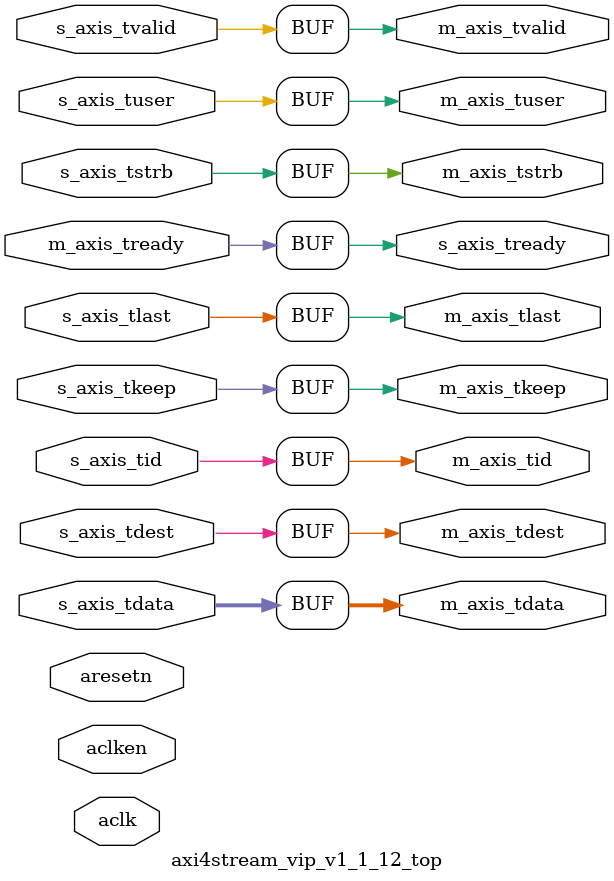
<source format=sv>

`timescale 1ps/1ps

(* DowngradeIPIdentifiedWarnings="yes" *) 
module axi4stream_vip_v1_1_12_top #
  (
   parameter [31:0]  C_AXI4STREAM_SIGNAL_SET         = 32'h063,
   parameter integer C_AXI4STREAM_INTERFACE_MODE     = 1,  //master, slave and bypass
   parameter integer C_AXI4STREAM_DATA_WIDTH        = 8,
   parameter integer C_AXI4STREAM_USER_BITS_PER_BYTE = 0,
   parameter integer C_AXI4STREAM_ID_WIDTH          = 0,
   parameter integer C_AXI4STREAM_DEST_WIDTH        = 0,
   parameter integer C_AXI4STREAM_USER_WIDTH        = 0,
   parameter integer C_AXI4STREAM_HAS_ARESETN       = 0
   )
  (
   // System Signals
   input wire aclk,
   input wire aresetn,
   input wire aclken,

   // Slave side
   input  wire                              s_axis_tvalid,
   output wire                              s_axis_tready,
   input  wire [C_AXI4STREAM_DATA_WIDTH==0? 0:C_AXI4STREAM_DATA_WIDTH-1:0]     s_axis_tdata,
   input  wire [C_AXI4STREAM_DATA_WIDTH/8==0? 0:C_AXI4STREAM_DATA_WIDTH/8-1:0]   s_axis_tstrb,
   input  wire [C_AXI4STREAM_DATA_WIDTH/8==0? 0:C_AXI4STREAM_DATA_WIDTH/8-1:0]   s_axis_tkeep,
   input  wire                              s_axis_tlast,
   input  wire [C_AXI4STREAM_ID_WIDTH==0? 0:C_AXI4STREAM_ID_WIDTH-1:0]         s_axis_tid,
   input  wire [C_AXI4STREAM_DEST_WIDTH==0? 0:C_AXI4STREAM_DEST_WIDTH-1:0]     s_axis_tdest,
   input  wire [C_AXI4STREAM_USER_WIDTH==0? 0:C_AXI4STREAM_USER_WIDTH-1:0]     s_axis_tuser,

   // Master side
   output wire                              m_axis_tvalid,
   input  wire                              m_axis_tready,
   output wire [C_AXI4STREAM_DATA_WIDTH==0? 0:C_AXI4STREAM_DATA_WIDTH-1:0]     m_axis_tdata,
   output wire [C_AXI4STREAM_DATA_WIDTH/8==0? 0:C_AXI4STREAM_DATA_WIDTH/8-1:0]   m_axis_tstrb,
   output wire [C_AXI4STREAM_DATA_WIDTH/8==0? 0:C_AXI4STREAM_DATA_WIDTH/8-1:0]   m_axis_tkeep,
   output wire                              m_axis_tlast,
   output wire [C_AXI4STREAM_ID_WIDTH==0? 0:C_AXI4STREAM_ID_WIDTH-1:0]         m_axis_tid,
   output wire [C_AXI4STREAM_DEST_WIDTH==0? 0:C_AXI4STREAM_DEST_WIDTH-1:0]     m_axis_tdest,
   output wire [C_AXI4STREAM_USER_WIDTH==0? 0:C_AXI4STREAM_USER_WIDTH-1:0]     m_axis_tuser
     );

    //output for slave side, 0 or interface signal(mux)
  assign s_axis_tready =  (C_AXI4STREAM_INTERFACE_MODE ==1 )? m_axis_tready : {1'b0};

  //output for master side, 0 or interface(mux)
  assign m_axis_tvalid = (C_AXI4STREAM_INTERFACE_MODE ==1 )? s_axis_tvalid : {1'b0};
  assign m_axis_tdata  = (C_AXI4STREAM_INTERFACE_MODE ==1 )? s_axis_tdata : {C_AXI4STREAM_DATA_WIDTH==0? 1:C_AXI4STREAM_DATA_WIDTH{1'b0}};
  assign m_axis_tstrb  =(C_AXI4STREAM_INTERFACE_MODE ==1 )? s_axis_tstrb : {C_AXI4STREAM_DATA_WIDTH/8==0? 1:(C_AXI4STREAM_DATA_WIDTH/8){1'b0}};
  assign m_axis_tkeep  =  (C_AXI4STREAM_INTERFACE_MODE ==1 )? s_axis_tkeep : {C_AXI4STREAM_DATA_WIDTH/8==0? 1:(C_AXI4STREAM_DATA_WIDTH/8){1'b0}};
  assign m_axis_tlast  = (C_AXI4STREAM_INTERFACE_MODE ==1 )? s_axis_tlast : {1'b0};
  assign m_axis_tid    = (C_AXI4STREAM_INTERFACE_MODE ==1 )? s_axis_tid: {C_AXI4STREAM_ID_WIDTH==0? 1: C_AXI4STREAM_ID_WIDTH{1'b0}};
  assign m_axis_tdest  = (C_AXI4STREAM_INTERFACE_MODE ==1 )? s_axis_tdest : {(C_AXI4STREAM_DEST_WIDTH==0? 1: C_AXI4STREAM_DEST_WIDTH){1'b0}};
  assign m_axis_tuser  =  (C_AXI4STREAM_INTERFACE_MODE ==1 )? s_axis_tuser: {(C_AXI4STREAM_USER_WIDTH==0? 1: C_AXI4STREAM_USER_WIDTH){1'b0}}; 

endmodule : axi4stream_vip_v1_1_12_top



</source>
